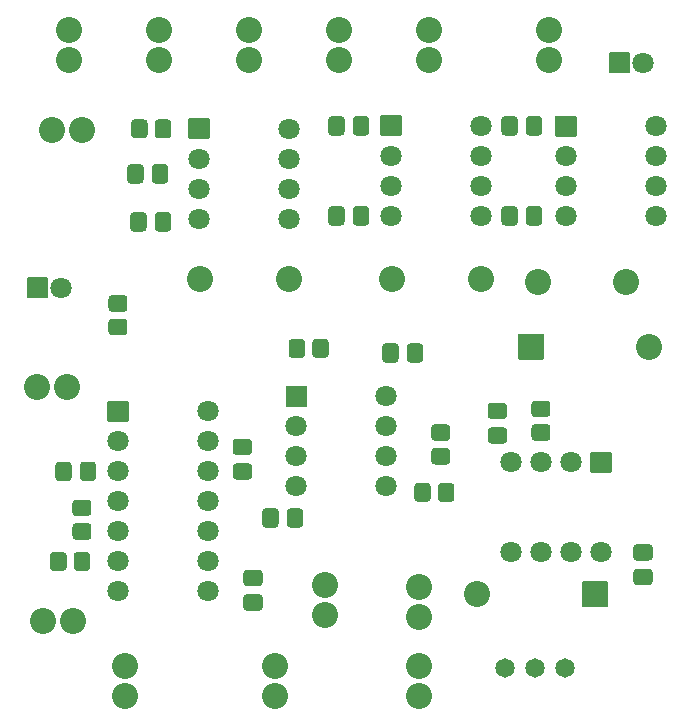
<source format=gts>
G04 #@! TF.GenerationSoftware,KiCad,Pcbnew,(5.1.7)-1*
G04 #@! TF.CreationDate,2020-10-23T01:37:35-05:00*
G04 #@! TF.ProjectId,tent_map_amplitude,74656e74-5f6d-4617-905f-616d706c6974,1*
G04 #@! TF.SameCoordinates,Original*
G04 #@! TF.FileFunction,Soldermask,Top*
G04 #@! TF.FilePolarity,Negative*
%FSLAX46Y46*%
G04 Gerber Fmt 4.6, Leading zero omitted, Abs format (unit mm)*
G04 Created by KiCad (PCBNEW (5.1.7)-1) date 2020-10-23 01:37:35*
%MOMM*%
%LPD*%
G01*
G04 APERTURE LIST*
%ADD10C,1.803200*%
%ADD11C,2.203200*%
%ADD12C,1.643200*%
G04 APERTURE END LIST*
D10*
X119627400Y-58166000D03*
G36*
G01*
X116725800Y-58966000D02*
X116725800Y-57366000D01*
G75*
G02*
X116827400Y-57264400I101600J0D01*
G01*
X118427400Y-57264400D01*
G75*
G02*
X118529000Y-57366000I0J-101600D01*
G01*
X118529000Y-58966000D01*
G75*
G02*
X118427400Y-59067600I-101600J0D01*
G01*
X116827400Y-59067600D01*
G75*
G02*
X116725800Y-58966000I0J101600D01*
G01*
G37*
G36*
G01*
X67475200Y-78016000D02*
X67475200Y-76416000D01*
G75*
G02*
X67576800Y-76314400I101600J0D01*
G01*
X69176800Y-76314400D01*
G75*
G02*
X69278400Y-76416000I0J-101600D01*
G01*
X69278400Y-78016000D01*
G75*
G02*
X69176800Y-78117600I-101600J0D01*
G01*
X67576800Y-78117600D01*
G75*
G02*
X67475200Y-78016000I0J101600D01*
G01*
G37*
X70376800Y-77216000D03*
D11*
X71018400Y-55422800D03*
X71018400Y-57962800D03*
X82162000Y-76504800D03*
X89662000Y-76504800D03*
X98418000Y-76504800D03*
X105918000Y-76504800D03*
X110711600Y-76733400D03*
X118211600Y-76733400D03*
D10*
X89662000Y-63754000D03*
X89662000Y-66294000D03*
X89662000Y-68834000D03*
X89662000Y-71374000D03*
X82042000Y-71374000D03*
X82042000Y-68834000D03*
X82042000Y-66294000D03*
G36*
G01*
X81140400Y-64554000D02*
X81140400Y-62954000D01*
G75*
G02*
X81242000Y-62852400I101600J0D01*
G01*
X82842000Y-62852400D01*
G75*
G02*
X82943600Y-62954000I0J-101600D01*
G01*
X82943600Y-64554000D01*
G75*
G02*
X82842000Y-64655600I-101600J0D01*
G01*
X81242000Y-64655600D01*
G75*
G02*
X81140400Y-64554000I0J101600D01*
G01*
G37*
X105918000Y-63500000D03*
X105918000Y-66040000D03*
X105918000Y-68580000D03*
X105918000Y-71120000D03*
X98298000Y-71120000D03*
X98298000Y-68580000D03*
X98298000Y-66040000D03*
G36*
G01*
X97396400Y-64300000D02*
X97396400Y-62700000D01*
G75*
G02*
X97498000Y-62598400I101600J0D01*
G01*
X99098000Y-62598400D01*
G75*
G02*
X99199600Y-62700000I0J-101600D01*
G01*
X99199600Y-64300000D01*
G75*
G02*
X99098000Y-64401600I-101600J0D01*
G01*
X97498000Y-64401600D01*
G75*
G02*
X97396400Y-64300000I0J101600D01*
G01*
G37*
X120726200Y-63525400D03*
X120726200Y-66065400D03*
X120726200Y-68605400D03*
X120726200Y-71145400D03*
X113106200Y-71145400D03*
X113106200Y-68605400D03*
X113106200Y-66065400D03*
G36*
G01*
X112204600Y-64325400D02*
X112204600Y-62725400D01*
G75*
G02*
X112306200Y-62623800I101600J0D01*
G01*
X113906200Y-62623800D01*
G75*
G02*
X114007800Y-62725400I0J-101600D01*
G01*
X114007800Y-64325400D01*
G75*
G02*
X113906200Y-64427000I-101600J0D01*
G01*
X112306200Y-64427000D01*
G75*
G02*
X112204600Y-64325400I0J101600D01*
G01*
G37*
X116078000Y-99618800D03*
X113538000Y-99618800D03*
X110998000Y-99618800D03*
X108458000Y-99618800D03*
X108458000Y-91998800D03*
X110998000Y-91998800D03*
X113538000Y-91998800D03*
G36*
G01*
X115278000Y-91097200D02*
X116878000Y-91097200D01*
G75*
G02*
X116979600Y-91198800I0J-101600D01*
G01*
X116979600Y-92798800D01*
G75*
G02*
X116878000Y-92900400I-101600J0D01*
G01*
X115278000Y-92900400D01*
G75*
G02*
X115176400Y-92798800I0J101600D01*
G01*
X115176400Y-91198800D01*
G75*
G02*
X115278000Y-91097200I101600J0D01*
G01*
G37*
X97917000Y-86410800D03*
X97917000Y-88950800D03*
X97917000Y-91490800D03*
X97917000Y-94030800D03*
X90297000Y-94030800D03*
X90297000Y-91490800D03*
X90297000Y-88950800D03*
G36*
G01*
X89395400Y-87210800D02*
X89395400Y-85610800D01*
G75*
G02*
X89497000Y-85509200I101600J0D01*
G01*
X91097000Y-85509200D01*
G75*
G02*
X91198600Y-85610800I0J-101600D01*
G01*
X91198600Y-87210800D01*
G75*
G02*
X91097000Y-87312400I-101600J0D01*
G01*
X89497000Y-87312400D01*
G75*
G02*
X89395400Y-87210800I0J101600D01*
G01*
G37*
X82804000Y-87680800D03*
X82804000Y-90220800D03*
X82804000Y-92760800D03*
X82804000Y-95300800D03*
X82804000Y-97840800D03*
X82804000Y-100380800D03*
X82804000Y-102920800D03*
X75184000Y-102920800D03*
X75184000Y-100380800D03*
X75184000Y-97840800D03*
X75184000Y-95300800D03*
X75184000Y-92760800D03*
X75184000Y-90220800D03*
G36*
G01*
X74282400Y-88480800D02*
X74282400Y-86880800D01*
G75*
G02*
X74384000Y-86779200I101600J0D01*
G01*
X75984000Y-86779200D01*
G75*
G02*
X76085600Y-86880800I0J-101600D01*
G01*
X76085600Y-88480800D01*
G75*
G02*
X75984000Y-88582400I-101600J0D01*
G01*
X74384000Y-88582400D01*
G75*
G02*
X74282400Y-88480800I0J101600D01*
G01*
G37*
D11*
X86258400Y-57962800D03*
X86258400Y-55422800D03*
X93878400Y-55422800D03*
X93878400Y-57962800D03*
X101498400Y-55422800D03*
X101498400Y-57962800D03*
X78638400Y-55422800D03*
X78638400Y-57962800D03*
X70891400Y-85648800D03*
X68351400Y-85648800D03*
X71374000Y-105435400D03*
X68834000Y-105435400D03*
X100711000Y-102539800D03*
X100711000Y-105079800D03*
X92710000Y-102412800D03*
X92710000Y-104952800D03*
X100647500Y-111747300D03*
X100647500Y-109207300D03*
X75755500Y-111747300D03*
X75755500Y-109207300D03*
X88455500Y-111747300D03*
X88455500Y-109207300D03*
X72123300Y-63830200D03*
X69583300Y-63830200D03*
X111658400Y-55422800D03*
X111658400Y-57962800D03*
D12*
X113030000Y-109397800D03*
X110490000Y-109397800D03*
X107950000Y-109397800D03*
G36*
G01*
X70837600Y-99871532D02*
X70837600Y-100890068D01*
G75*
G02*
X70545268Y-101182400I-292332J0D01*
G01*
X69726732Y-101182400D01*
G75*
G02*
X69434400Y-100890068I0J292332D01*
G01*
X69434400Y-99871532D01*
G75*
G02*
X69726732Y-99579200I292332J0D01*
G01*
X70545268Y-99579200D01*
G75*
G02*
X70837600Y-99871532I0J-292332D01*
G01*
G37*
G36*
G01*
X72837600Y-99871532D02*
X72837600Y-100890068D01*
G75*
G02*
X72545268Y-101182400I-292332J0D01*
G01*
X71726732Y-101182400D01*
G75*
G02*
X71434400Y-100890068I0J292332D01*
G01*
X71434400Y-99871532D01*
G75*
G02*
X71726732Y-99579200I292332J0D01*
G01*
X72545268Y-99579200D01*
G75*
G02*
X72837600Y-99871532I0J-292332D01*
G01*
G37*
G36*
G01*
X71626732Y-97139200D02*
X72645268Y-97139200D01*
G75*
G02*
X72937600Y-97431532I0J-292332D01*
G01*
X72937600Y-98250068D01*
G75*
G02*
X72645268Y-98542400I-292332J0D01*
G01*
X71626732Y-98542400D01*
G75*
G02*
X71334400Y-98250068I0J292332D01*
G01*
X71334400Y-97431532D01*
G75*
G02*
X71626732Y-97139200I292332J0D01*
G01*
G37*
G36*
G01*
X71626732Y-95139200D02*
X72645268Y-95139200D01*
G75*
G02*
X72937600Y-95431532I0J-292332D01*
G01*
X72937600Y-96250068D01*
G75*
G02*
X72645268Y-96542400I-292332J0D01*
G01*
X71626732Y-96542400D01*
G75*
G02*
X71334400Y-96250068I0J292332D01*
G01*
X71334400Y-95431532D01*
G75*
G02*
X71626732Y-95139200I292332J0D01*
G01*
G37*
G36*
G01*
X110488732Y-88757200D02*
X111507268Y-88757200D01*
G75*
G02*
X111799600Y-89049532I0J-292332D01*
G01*
X111799600Y-89868068D01*
G75*
G02*
X111507268Y-90160400I-292332J0D01*
G01*
X110488732Y-90160400D01*
G75*
G02*
X110196400Y-89868068I0J292332D01*
G01*
X110196400Y-89049532D01*
G75*
G02*
X110488732Y-88757200I292332J0D01*
G01*
G37*
G36*
G01*
X110488732Y-86757200D02*
X111507268Y-86757200D01*
G75*
G02*
X111799600Y-87049532I0J-292332D01*
G01*
X111799600Y-87868068D01*
G75*
G02*
X111507268Y-88160400I-292332J0D01*
G01*
X110488732Y-88160400D01*
G75*
G02*
X110196400Y-87868068I0J292332D01*
G01*
X110196400Y-87049532D01*
G75*
G02*
X110488732Y-86757200I292332J0D01*
G01*
G37*
G36*
G01*
X91627400Y-82856068D02*
X91627400Y-81837532D01*
G75*
G02*
X91919732Y-81545200I292332J0D01*
G01*
X92738268Y-81545200D01*
G75*
G02*
X93030600Y-81837532I0J-292332D01*
G01*
X93030600Y-82856068D01*
G75*
G02*
X92738268Y-83148400I-292332J0D01*
G01*
X91919732Y-83148400D01*
G75*
G02*
X91627400Y-82856068I0J292332D01*
G01*
G37*
G36*
G01*
X89627400Y-82856068D02*
X89627400Y-81837532D01*
G75*
G02*
X89919732Y-81545200I292332J0D01*
G01*
X90738268Y-81545200D01*
G75*
G02*
X91030600Y-81837532I0J-292332D01*
G01*
X91030600Y-82856068D01*
G75*
G02*
X90738268Y-83148400I-292332J0D01*
G01*
X89919732Y-83148400D01*
G75*
G02*
X89627400Y-82856068I0J292332D01*
G01*
G37*
G36*
G01*
X101995732Y-90773200D02*
X103014268Y-90773200D01*
G75*
G02*
X103306600Y-91065532I0J-292332D01*
G01*
X103306600Y-91884068D01*
G75*
G02*
X103014268Y-92176400I-292332J0D01*
G01*
X101995732Y-92176400D01*
G75*
G02*
X101703400Y-91884068I0J292332D01*
G01*
X101703400Y-91065532D01*
G75*
G02*
X101995732Y-90773200I292332J0D01*
G01*
G37*
G36*
G01*
X101995732Y-88773200D02*
X103014268Y-88773200D01*
G75*
G02*
X103306600Y-89065532I0J-292332D01*
G01*
X103306600Y-89884068D01*
G75*
G02*
X103014268Y-90176400I-292332J0D01*
G01*
X101995732Y-90176400D01*
G75*
G02*
X101703400Y-89884068I0J292332D01*
G01*
X101703400Y-89065532D01*
G75*
G02*
X101995732Y-88773200I292332J0D01*
G01*
G37*
G36*
G01*
X75693268Y-79238400D02*
X74674732Y-79238400D01*
G75*
G02*
X74382400Y-78946068I0J292332D01*
G01*
X74382400Y-78127532D01*
G75*
G02*
X74674732Y-77835200I292332J0D01*
G01*
X75693268Y-77835200D01*
G75*
G02*
X75985600Y-78127532I0J-292332D01*
G01*
X75985600Y-78946068D01*
G75*
G02*
X75693268Y-79238400I-292332J0D01*
G01*
G37*
G36*
G01*
X75693268Y-81238400D02*
X74674732Y-81238400D01*
G75*
G02*
X74382400Y-80946068I0J292332D01*
G01*
X74382400Y-80127532D01*
G75*
G02*
X74674732Y-79835200I292332J0D01*
G01*
X75693268Y-79835200D01*
G75*
G02*
X75985600Y-80127532I0J-292332D01*
G01*
X75985600Y-80946068D01*
G75*
G02*
X75693268Y-81238400I-292332J0D01*
G01*
G37*
G36*
G01*
X101666600Y-94029532D02*
X101666600Y-95048068D01*
G75*
G02*
X101374268Y-95340400I-292332J0D01*
G01*
X100555732Y-95340400D01*
G75*
G02*
X100263400Y-95048068I0J292332D01*
G01*
X100263400Y-94029532D01*
G75*
G02*
X100555732Y-93737200I292332J0D01*
G01*
X101374268Y-93737200D01*
G75*
G02*
X101666600Y-94029532I0J-292332D01*
G01*
G37*
G36*
G01*
X103666600Y-94029532D02*
X103666600Y-95048068D01*
G75*
G02*
X103374268Y-95340400I-292332J0D01*
G01*
X102555732Y-95340400D01*
G75*
G02*
X102263400Y-95048068I0J292332D01*
G01*
X102263400Y-94029532D01*
G75*
G02*
X102555732Y-93737200I292332J0D01*
G01*
X103374268Y-93737200D01*
G75*
G02*
X103666600Y-94029532I0J-292332D01*
G01*
G37*
G36*
G01*
X77695600Y-63244732D02*
X77695600Y-64263268D01*
G75*
G02*
X77403268Y-64555600I-292332J0D01*
G01*
X76584732Y-64555600D01*
G75*
G02*
X76292400Y-64263268I0J292332D01*
G01*
X76292400Y-63244732D01*
G75*
G02*
X76584732Y-62952400I292332J0D01*
G01*
X77403268Y-62952400D01*
G75*
G02*
X77695600Y-63244732I0J-292332D01*
G01*
G37*
G36*
G01*
X79695600Y-63244732D02*
X79695600Y-64263268D01*
G75*
G02*
X79403268Y-64555600I-292332J0D01*
G01*
X78584732Y-64555600D01*
G75*
G02*
X78292400Y-64263268I0J292332D01*
G01*
X78292400Y-63244732D01*
G75*
G02*
X78584732Y-62952400I292332J0D01*
G01*
X79403268Y-62952400D01*
G75*
G02*
X79695600Y-63244732I0J-292332D01*
G01*
G37*
D11*
X105570000Y-103174800D03*
G36*
G01*
X116671600Y-102174800D02*
X116671600Y-104174800D01*
G75*
G02*
X116570000Y-104276400I-101600J0D01*
G01*
X114570000Y-104276400D01*
G75*
G02*
X114468400Y-104174800I0J101600D01*
G01*
X114468400Y-102174800D01*
G75*
G02*
X114570000Y-102073200I101600J0D01*
G01*
X116570000Y-102073200D01*
G75*
G02*
X116671600Y-102174800I0J-101600D01*
G01*
G37*
X120167400Y-82194400D03*
G36*
G01*
X109065800Y-83194400D02*
X109065800Y-81194400D01*
G75*
G02*
X109167400Y-81092800I101600J0D01*
G01*
X111167400Y-81092800D01*
G75*
G02*
X111269000Y-81194400I0J-101600D01*
G01*
X111269000Y-83194400D01*
G75*
G02*
X111167400Y-83296000I-101600J0D01*
G01*
X109167400Y-83296000D01*
G75*
G02*
X109065800Y-83194400I0J101600D01*
G01*
G37*
G36*
G01*
X106781634Y-89023700D02*
X107848366Y-89023700D01*
G75*
G02*
X108141600Y-89316934I0J-293234D01*
G01*
X108141600Y-90108666D01*
G75*
G02*
X107848366Y-90401900I-293234J0D01*
G01*
X106781634Y-90401900D01*
G75*
G02*
X106488400Y-90108666I0J293234D01*
G01*
X106488400Y-89316934D01*
G75*
G02*
X106781634Y-89023700I293234J0D01*
G01*
G37*
G36*
G01*
X106781634Y-86948700D02*
X107848366Y-86948700D01*
G75*
G02*
X108141600Y-87241934I0J-293234D01*
G01*
X108141600Y-88033666D01*
G75*
G02*
X107848366Y-88326900I-293234J0D01*
G01*
X106781634Y-88326900D01*
G75*
G02*
X106488400Y-88033666I0J293234D01*
G01*
X106488400Y-87241934D01*
G75*
G02*
X106781634Y-86948700I293234J0D01*
G01*
G37*
G36*
G01*
X78050900Y-68097366D02*
X78050900Y-67030634D01*
G75*
G02*
X78344134Y-66737400I293234J0D01*
G01*
X79135866Y-66737400D01*
G75*
G02*
X79429100Y-67030634I0J-293234D01*
G01*
X79429100Y-68097366D01*
G75*
G02*
X79135866Y-68390600I-293234J0D01*
G01*
X78344134Y-68390600D01*
G75*
G02*
X78050900Y-68097366I0J293234D01*
G01*
G37*
G36*
G01*
X75975900Y-68097366D02*
X75975900Y-67030634D01*
G75*
G02*
X76269134Y-66737400I293234J0D01*
G01*
X77060866Y-66737400D01*
G75*
G02*
X77354100Y-67030634I0J-293234D01*
G01*
X77354100Y-68097366D01*
G75*
G02*
X77060866Y-68390600I-293234J0D01*
G01*
X76269134Y-68390600D01*
G75*
G02*
X75975900Y-68097366I0J293234D01*
G01*
G37*
G36*
G01*
X89480900Y-97231166D02*
X89480900Y-96164434D01*
G75*
G02*
X89774134Y-95871200I293234J0D01*
G01*
X90565866Y-95871200D01*
G75*
G02*
X90859100Y-96164434I0J-293234D01*
G01*
X90859100Y-97231166D01*
G75*
G02*
X90565866Y-97524400I-293234J0D01*
G01*
X89774134Y-97524400D01*
G75*
G02*
X89480900Y-97231166I0J293234D01*
G01*
G37*
G36*
G01*
X87405900Y-97231166D02*
X87405900Y-96164434D01*
G75*
G02*
X87699134Y-95871200I293234J0D01*
G01*
X88490866Y-95871200D01*
G75*
G02*
X88784100Y-96164434I0J-293234D01*
G01*
X88784100Y-97231166D01*
G75*
G02*
X88490866Y-97524400I-293234J0D01*
G01*
X87699134Y-97524400D01*
G75*
G02*
X87405900Y-97231166I0J293234D01*
G01*
G37*
G36*
G01*
X95068900Y-64033366D02*
X95068900Y-62966634D01*
G75*
G02*
X95362134Y-62673400I293234J0D01*
G01*
X96153866Y-62673400D01*
G75*
G02*
X96447100Y-62966634I0J-293234D01*
G01*
X96447100Y-64033366D01*
G75*
G02*
X96153866Y-64326600I-293234J0D01*
G01*
X95362134Y-64326600D01*
G75*
G02*
X95068900Y-64033366I0J293234D01*
G01*
G37*
G36*
G01*
X92993900Y-64033366D02*
X92993900Y-62966634D01*
G75*
G02*
X93287134Y-62673400I293234J0D01*
G01*
X94078866Y-62673400D01*
G75*
G02*
X94372100Y-62966634I0J-293234D01*
G01*
X94372100Y-64033366D01*
G75*
G02*
X94078866Y-64326600I-293234J0D01*
G01*
X93287134Y-64326600D01*
G75*
G02*
X92993900Y-64033366I0J293234D01*
G01*
G37*
G36*
G01*
X85191634Y-92071700D02*
X86258366Y-92071700D01*
G75*
G02*
X86551600Y-92364934I0J-293234D01*
G01*
X86551600Y-93156666D01*
G75*
G02*
X86258366Y-93449900I-293234J0D01*
G01*
X85191634Y-93449900D01*
G75*
G02*
X84898400Y-93156666I0J293234D01*
G01*
X84898400Y-92364934D01*
G75*
G02*
X85191634Y-92071700I293234J0D01*
G01*
G37*
G36*
G01*
X85191634Y-89996700D02*
X86258366Y-89996700D01*
G75*
G02*
X86551600Y-90289934I0J-293234D01*
G01*
X86551600Y-91081666D01*
G75*
G02*
X86258366Y-91374900I-293234J0D01*
G01*
X85191634Y-91374900D01*
G75*
G02*
X84898400Y-91081666I0J293234D01*
G01*
X84898400Y-90289934D01*
G75*
G02*
X85191634Y-89996700I293234J0D01*
G01*
G37*
G36*
G01*
X98944100Y-82194434D02*
X98944100Y-83261166D01*
G75*
G02*
X98650866Y-83554400I-293234J0D01*
G01*
X97859134Y-83554400D01*
G75*
G02*
X97565900Y-83261166I0J293234D01*
G01*
X97565900Y-82194434D01*
G75*
G02*
X97859134Y-81901200I293234J0D01*
G01*
X98650866Y-81901200D01*
G75*
G02*
X98944100Y-82194434I0J-293234D01*
G01*
G37*
G36*
G01*
X101019100Y-82194434D02*
X101019100Y-83261166D01*
G75*
G02*
X100725866Y-83554400I-293234J0D01*
G01*
X99934134Y-83554400D01*
G75*
G02*
X99640900Y-83261166I0J293234D01*
G01*
X99640900Y-82194434D01*
G75*
G02*
X99934134Y-81901200I293234J0D01*
G01*
X100725866Y-81901200D01*
G75*
G02*
X101019100Y-82194434I0J-293234D01*
G01*
G37*
G36*
G01*
X71258100Y-92227434D02*
X71258100Y-93294166D01*
G75*
G02*
X70964866Y-93587400I-293234J0D01*
G01*
X70173134Y-93587400D01*
G75*
G02*
X69879900Y-93294166I0J293234D01*
G01*
X69879900Y-92227434D01*
G75*
G02*
X70173134Y-91934200I293234J0D01*
G01*
X70964866Y-91934200D01*
G75*
G02*
X71258100Y-92227434I0J-293234D01*
G01*
G37*
G36*
G01*
X73333100Y-92227434D02*
X73333100Y-93294166D01*
G75*
G02*
X73039866Y-93587400I-293234J0D01*
G01*
X72248134Y-93587400D01*
G75*
G02*
X71954900Y-93294166I0J293234D01*
G01*
X71954900Y-92227434D01*
G75*
G02*
X72248134Y-91934200I293234J0D01*
G01*
X73039866Y-91934200D01*
G75*
G02*
X73333100Y-92227434I0J-293234D01*
G01*
G37*
G36*
G01*
X77608100Y-71094634D02*
X77608100Y-72161366D01*
G75*
G02*
X77314866Y-72454600I-293234J0D01*
G01*
X76523134Y-72454600D01*
G75*
G02*
X76229900Y-72161366I0J293234D01*
G01*
X76229900Y-71094634D01*
G75*
G02*
X76523134Y-70801400I293234J0D01*
G01*
X77314866Y-70801400D01*
G75*
G02*
X77608100Y-71094634I0J-293234D01*
G01*
G37*
G36*
G01*
X79683100Y-71094634D02*
X79683100Y-72161366D01*
G75*
G02*
X79389866Y-72454600I-293234J0D01*
G01*
X78598134Y-72454600D01*
G75*
G02*
X78304900Y-72161366I0J293234D01*
G01*
X78304900Y-71094634D01*
G75*
G02*
X78598134Y-70801400I293234J0D01*
G01*
X79389866Y-70801400D01*
G75*
G02*
X79683100Y-71094634I0J-293234D01*
G01*
G37*
G36*
G01*
X94372100Y-70586634D02*
X94372100Y-71653366D01*
G75*
G02*
X94078866Y-71946600I-293234J0D01*
G01*
X93287134Y-71946600D01*
G75*
G02*
X92993900Y-71653366I0J293234D01*
G01*
X92993900Y-70586634D01*
G75*
G02*
X93287134Y-70293400I293234J0D01*
G01*
X94078866Y-70293400D01*
G75*
G02*
X94372100Y-70586634I0J-293234D01*
G01*
G37*
G36*
G01*
X96447100Y-70586634D02*
X96447100Y-71653366D01*
G75*
G02*
X96153866Y-71946600I-293234J0D01*
G01*
X95362134Y-71946600D01*
G75*
G02*
X95068900Y-71653366I0J293234D01*
G01*
X95068900Y-70586634D01*
G75*
G02*
X95362134Y-70293400I293234J0D01*
G01*
X96153866Y-70293400D01*
G75*
G02*
X96447100Y-70586634I0J-293234D01*
G01*
G37*
G36*
G01*
X120167366Y-100307900D02*
X119100634Y-100307900D01*
G75*
G02*
X118807400Y-100014666I0J293234D01*
G01*
X118807400Y-99222934D01*
G75*
G02*
X119100634Y-98929700I293234J0D01*
G01*
X120167366Y-98929700D01*
G75*
G02*
X120460600Y-99222934I0J-293234D01*
G01*
X120460600Y-100014666D01*
G75*
G02*
X120167366Y-100307900I-293234J0D01*
G01*
G37*
G36*
G01*
X120167366Y-102382900D02*
X119100634Y-102382900D01*
G75*
G02*
X118807400Y-102089666I0J293234D01*
G01*
X118807400Y-101297934D01*
G75*
G02*
X119100634Y-101004700I293234J0D01*
G01*
X120167366Y-101004700D01*
G75*
G02*
X120460600Y-101297934I0J-293234D01*
G01*
X120460600Y-102089666D01*
G75*
G02*
X120167366Y-102382900I-293234J0D01*
G01*
G37*
G36*
G01*
X109027900Y-62966634D02*
X109027900Y-64033366D01*
G75*
G02*
X108734666Y-64326600I-293234J0D01*
G01*
X107942934Y-64326600D01*
G75*
G02*
X107649700Y-64033366I0J293234D01*
G01*
X107649700Y-62966634D01*
G75*
G02*
X107942934Y-62673400I293234J0D01*
G01*
X108734666Y-62673400D01*
G75*
G02*
X109027900Y-62966634I0J-293234D01*
G01*
G37*
G36*
G01*
X111102900Y-62966634D02*
X111102900Y-64033366D01*
G75*
G02*
X110809666Y-64326600I-293234J0D01*
G01*
X110017934Y-64326600D01*
G75*
G02*
X109724700Y-64033366I0J293234D01*
G01*
X109724700Y-62966634D01*
G75*
G02*
X110017934Y-62673400I293234J0D01*
G01*
X110809666Y-62673400D01*
G75*
G02*
X111102900Y-62966634I0J-293234D01*
G01*
G37*
G36*
G01*
X109724700Y-71653366D02*
X109724700Y-70586634D01*
G75*
G02*
X110017934Y-70293400I293234J0D01*
G01*
X110809666Y-70293400D01*
G75*
G02*
X111102900Y-70586634I0J-293234D01*
G01*
X111102900Y-71653366D01*
G75*
G02*
X110809666Y-71946600I-293234J0D01*
G01*
X110017934Y-71946600D01*
G75*
G02*
X109724700Y-71653366I0J293234D01*
G01*
G37*
G36*
G01*
X107649700Y-71653366D02*
X107649700Y-70586634D01*
G75*
G02*
X107942934Y-70293400I293234J0D01*
G01*
X108734666Y-70293400D01*
G75*
G02*
X109027900Y-70586634I0J-293234D01*
G01*
X109027900Y-71653366D01*
G75*
G02*
X108734666Y-71946600I-293234J0D01*
G01*
X107942934Y-71946600D01*
G75*
G02*
X107649700Y-71653366I0J293234D01*
G01*
G37*
G36*
G01*
X86080634Y-103163700D02*
X87147366Y-103163700D01*
G75*
G02*
X87440600Y-103456934I0J-293234D01*
G01*
X87440600Y-104248666D01*
G75*
G02*
X87147366Y-104541900I-293234J0D01*
G01*
X86080634Y-104541900D01*
G75*
G02*
X85787400Y-104248666I0J293234D01*
G01*
X85787400Y-103456934D01*
G75*
G02*
X86080634Y-103163700I293234J0D01*
G01*
G37*
G36*
G01*
X86080634Y-101088700D02*
X87147366Y-101088700D01*
G75*
G02*
X87440600Y-101381934I0J-293234D01*
G01*
X87440600Y-102173666D01*
G75*
G02*
X87147366Y-102466900I-293234J0D01*
G01*
X86080634Y-102466900D01*
G75*
G02*
X85787400Y-102173666I0J293234D01*
G01*
X85787400Y-101381934D01*
G75*
G02*
X86080634Y-101088700I293234J0D01*
G01*
G37*
M02*

</source>
